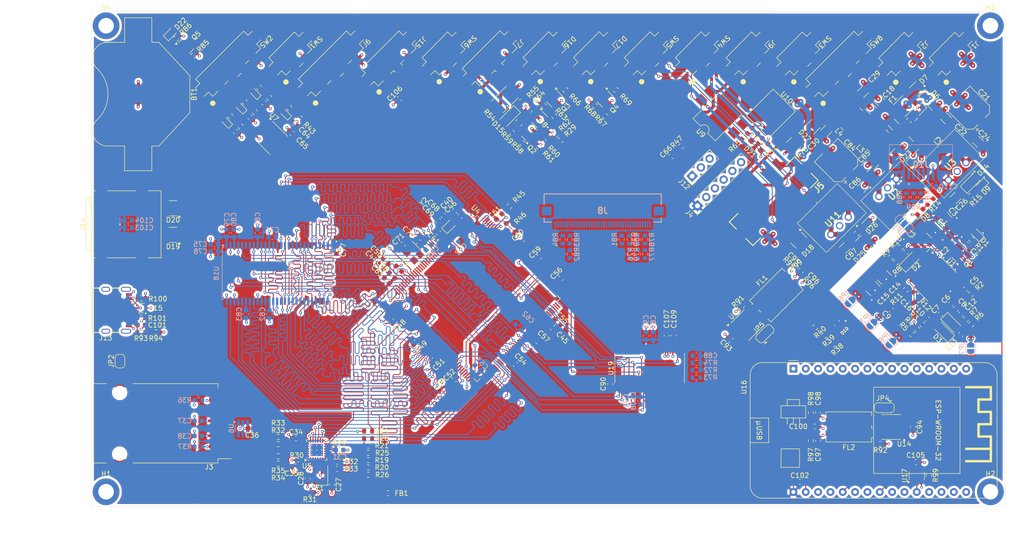
<source format=kicad_pcb>
(kicad_pcb
	(version 20241229)
	(generator "pcbnew")
	(generator_version "9.0")
	(general
		(thickness 1.6238)
		(legacy_teardrops no)
	)
	(paper "A4")
	(layers
		(0 "F.Cu" signal)
		(4 "In1.Cu" power)
		(6 "In2.Cu" power)
		(2 "B.Cu" signal)
		(9 "F.Adhes" user "F.Adhesive")
		(11 "B.Adhes" user "B.Adhesive")
		(13 "F.Paste" user)
		(15 "B.Paste" user)
		(5 "F.SilkS" user "F.Silkscreen")
		(7 "B.SilkS" user "B.Silkscreen")
		(1 "F.Mask" user)
		(3 "B.Mask" user)
		(17 "Dwgs.User" user "User.Drawings")
		(19 "Cmts.User" user "User.Comments")
		(21 "Eco1.User" user "User.Eco1")
		(23 "Eco2.User" user "User.Eco2")
		(25 "Edge.Cuts" user)
		(27 "Margin" user)
		(31 "F.CrtYd" user "F.Courtyard")
		(29 "B.CrtYd" user "B.Courtyard")
		(35 "F.Fab" user)
		(33 "B.Fab" user)
		(39 "User.1" user)
		(41 "User.2" user)
		(43 "User.3" user)
		(45 "User.4" user)
		(47 "User.5" user)
		(49 "User.6" user)
		(51 "User.7" user)
		(53 "User.8" user)
		(55 "User.9" user)
	)
	(setup
		(stackup
			(layer "F.SilkS"
				(type "Top Silk Screen")
			)
			(layer "F.Paste"
				(type "Top Solder Paste")
			)
			(layer "F.Mask"
				(type "Top Solder Mask")
				(thickness 0.01)
			)
			(layer "F.Cu"
				(type "copper")
				(thickness 0.035)
			)
			(layer "dielectric 1"
				(type "prepreg")
				(thickness 0.0994)
				(material "FR4")
				(epsilon_r 4.1)
				(loss_tangent 0.02)
			)
			(layer "In1.Cu"
				(type "copper")
				(thickness 0.035)
			)
			(layer "dielectric 2"
				(type "core")
				(thickness 1.265)
				(material "FR4")
				(epsilon_r 4.5)
				(loss_tangent 0.02)
			)
			(layer "In2.Cu"
				(type "copper")
				(thickness 0.035)
			)
			(layer "dielectric 3"
				(type "prepreg")
				(thickness 0.0994)
				(material "FR4")
				(epsilon_r 4.1)
				(loss_tangent 0.02)
			)
			(layer "B.Cu"
				(type "copper")
				(thickness 0.035)
			)
			(layer "B.Mask"
				(type "Bottom Solder Mask")
				(thickness 0.01)
			)
			(layer "B.Paste"
				(type "Bottom Solder Paste")
			)
			(layer "B.SilkS"
				(type "Bottom Silk Screen")
			)
			(copper_finish "None")
			(dielectric_constraints yes)
		)
		(pad_to_mask_clearance 0)
		(allow_soldermask_bridges_in_footprints no)
		(tenting front back)
		(pcbplotparams
			(layerselection 0x00000000_00000000_55555555_5755f5ff)
			(plot_on_all_layers_selection 0x00000000_00000000_00000000_00000000)
			(disableapertmacros no)
			(usegerberextensions no)
			(usegerberattributes yes)
			(usegerberadvancedattributes yes)
			(creategerberjobfile yes)
			(dashed_line_dash_ratio 12.000000)
			(dashed_line_gap_ratio 3.000000)
			(svgprecision 4)
			(plotframeref no)
			(mode 1)
			(useauxorigin no)
			(hpglpennumber 1)
			(hpglpenspeed 20)
			(hpglpendiameter 15.000000)
			(pdf_front_fp_property_popups yes)
			(pdf_back_fp_property_popups yes)
			(pdf_metadata yes)
			(pdf_single_document no)
			(dxfpolygonmode yes)
			(dxfimperialunits yes)
			(dxfusepcbnewfont yes)
			(psnegative no)
			(psa4output no)
			(plot_black_and_white yes)
			(plotinvisibletext no)
			(sketchpadsonfab no)
			(plotpadnumbers no)
			(hidednponfab no)
			(sketchdnponfab yes)
			(crossoutdnponfab yes)
			(subtractmaskfromsilk no)
			(outputformat 1)
			(mirror no)
			(drillshape 0)
			(scaleselection 1)
			(outputdirectory "Gerber/")
		)
	)
	(net 0 "")
	(net 1 "+3V3_FER")
	(net 2 "Earth")
	(net 3 "/Ethernet/LED_G")
	(net 4 "/Ethernet/LED_Y")
	(net 5 "GND")
	(net 6 "+3V3")
	(net 7 "+5V")
	(net 8 "/Power/3V3_Display")
	(net 9 "Net-(C5-Pad2)")
	(net 10 "Net-(U1-COMP)")
	(net 11 "Net-(U1-C1+)")
	(net 12 "Net-(U1-C1-)")
	(net 13 "Net-(U1-C2+)")
	(net 14 "Net-(U1-C2-)")
	(net 15 "Net-(U1-DRV)")
	(net 16 "Net-(U1-FB1)")
	(net 17 "Net-(U1-REF)")
	(net 18 "Net-(U1-VCOMIN)")
	(net 19 "+24V")
	(net 20 "Net-(U3-VI)")
	(net 21 "Net-(U2-VI)")
	(net 22 "/Peripherals/V_{ref2}")
	(net 23 "Net-(D1-A)")
	(net 24 "Net-(D15-K)")
	(net 25 "/IEC_Charging_Circuit/CP")
	(net 26 "/IEC_Charging_Circuit/PP")
	(net 27 "/Core/EV_Start_Charging")
	(net 28 "/Display/LCD_VGL")
	(net 29 "Net-(Q1-B)")
	(net 30 "Net-(Q2-G)")
	(net 31 "Net-(U1-FB3)")
	(net 32 "Net-(U1-FB2)")
	(net 33 "/IEC_Charging_Circuit/PWM_SENSE")
	(net 34 "/Core/Charging_Point_PWM")
	(net 35 "/Core/~{IMD_Error_LED}")
	(net 36 "/SDRAM/D9")
	(net 37 "/SDRAM/A11")
	(net 38 "/Core/~{AMS_Error_LED}")
	(net 39 "/SDRAM/D0")
	(net 40 "unconnected-(U4B-PC13-Pad8)")
	(net 41 "unconnected-(U4B-PD4-Pad146)")
	(net 42 "/Core/PCAP_RST")
	(net 43 "/Display/B5")
	(net 44 "unconnected-(U4B-PI8-Pad7)")
	(net 45 "/SDRAM/D14")
	(net 46 "/SDRAM/D2")
	(net 47 "/SDRAM/D4")
	(net 48 "/Core/OSC_in")
	(net 49 "/Core/SWCLK")
	(net 50 "unconnected-(U4B-PG3-Pad107)")
	(net 51 "/Display/R2")
	(net 52 "/SDRAM/A3")
	(net 53 "/SDRAM/D13")
	(net 54 "/Core/LCD_Reset")
	(net 55 "/Display/R0")
	(net 56 "/SDRAM/A2")
	(net 57 "/Display/R7")
	(net 58 "/Display/B4")
	(net 59 "/Core/AMS_Reset_in")
	(net 60 "/Core/AMS_Reset_out")
	(net 61 "/Core/SDC_out")
	(net 62 "/SDRAM/A0")
	(net 63 "unconnected-(U4B-PF8-Pad26)")
	(net 64 "/SDRAM/SDNE0")
	(net 65 "/Core/SWDIO")
	(net 66 "/SDRAM/A10")
	(net 67 "unconnected-(U4B-PC10-Pad139)")
	(net 68 "/Display/G0")
	(net 69 "/SDRAM/BA0")
	(net 70 "/Ethernet/RMII_TX_EN")
	(net 71 "/Core/NRST")
	(net 72 "/SDRAM/D12")
	(net 73 "/SDRAM/NBL0")
	(net 74 "/Display/B0")
	(net 75 "/Core/RMII_nRST")
	(net 76 "/Display/G2")
	(net 77 "/Display/R1")
	(net 78 "unconnected-(U4B-PI9-Pad11)")
	(net 79 "/SDRAM/SDNWE")
	(net 80 "/Ethernet/RMII_RXD1")
	(net 81 "/SDRAM/A9")
	(net 82 "/SDRAM/D11")
	(net 83 "unconnected-(U4B-PI6-Pad175)")
	(net 84 "/Display/DE")
	(net 85 "/Display/G3")
	(net 86 "/Display/CLK")
	(net 87 "/Peripherals/USART_RX")
	(net 88 "unconnected-(U4B-PB5-Pad163)")
	(net 89 "unconnected-(U4B-PI3-Pad134)")
	(net 90 "/Peripherals/USB_OTG_VBUS")
	(net 91 "/SDRAM/A4")
	(net 92 "/Display/B3")
	(net 93 "/Peripherals/SDMMC_D0")
	(net 94 "/SDRAM/D15")
	(net 95 "/SDRAM/D3")
	(net 96 "/Display/G4")
	(net 97 "/SDRAM/A7")
	(net 98 "/SDRAM/A12")
	(net 99 "Net-(U4F-BOOT0)")
	(net 100 "unconnected-(U4B-PD7-Pad151)")
	(net 101 "/Display/G7")
	(net 102 "/Core/LED_B")
	(net 103 "/Ethernet/RMII_MDIO")
	(net 104 "/Display/G1")
	(net 105 "/Display/R6")
	(net 106 "/SDRAM/D6")
	(net 107 "/SDRAM/A1")
	(net 108 "/SDRAM/D8")
	(net 109 "/Display/B6")
	(net 110 "/Display/R4")
	(net 111 "/Core/OSC_out")
	(net 112 "unconnected-(U4B-PA15-Pad138)")
	(net 113 "/SDRAM/A5")
	(net 114 "/Display/G6")
	(net 115 "/Peripherals/ESP_RX")
	(net 116 "unconnected-(U4B-PF9-Pad27)")
	(net 117 "/Display/G5")
	(net 118 "/Core/LED_G")
	(net 119 "/Display/R5")
	(net 120 "unconnected-(U4B-PE2-Pad1)")
	(net 121 "/Ethernet/RMII_TXD1")
	(net 122 "/SDRAM/D5")
	(net 123 "/Peripherals/SDMMC_CMD")
	(net 124 "/SDRAM/D1")
	(net 125 "Net-(U4A-VREF+)")
	(net 126 "/Display/B1")
	(net 127 "/Display/B7")
	(net 128 "unconnected-(U4B-PD11-Pad99)")
	(net 129 "/Ethernet/RMII_MDC")
	(net 130 "unconnected-(U4B-PE3-Pad2)")
	(net 131 "/Core/OSC32_in")
	(net 132 "/SDRAM/SDCLK")
	(net 133 "/Peripherals/USART_TX")
	(net 134 "unconnected-(U4B-PA10-Pad121)")
	(net 135 "/Core/LED_R")
	(net 136 "/SDRAM/SDCKE0")
	(net 137 "/Ethernet/RMII_RXD0")
	(net 138 "unconnected-(U4B-PC11-Pad140)")
	(net 139 "/Ethernet/RMII_CRS_DV")
	(net 140 "/Core/TRACESWO")
	(net 141 "/Display/HSYNC")
	(net 142 "/Ethernet/RMII_TXD0")
	(net 143 "/SDRAM/D10")
	(net 144 "/SDRAM/SDNCAS")
	(net 145 "/Display/R3")
	(net 146 "/Core/OSC32_out")
	(net 147 "/Display/VSYNC")
	(net 148 "/SDRAM/D7")
	(net 149 "unconnected-(U4B-PG9-Pad152)")
	(net 150 "/SDRAM/BA1")
	(net 151 "/SDRAM/SDNRAS")
	(net 152 "/SDRAM/A6")
	(net 153 "/SDRAM/NBL1")
	(net 154 "/Display/B2")
	(net 155 "/Ethernet/RMII_REF_CLK")
	(net 156 "/SDRAM/A8")
	(net 157 "unconnected-(U4B-PB2-Pad58)")
	(net 158 "/Ethernet/XTAL2")
	(net 159 "/Ethernet/XTAL1")
	(net 160 "/Peripherals/ESP_TX")
	(net 161 "/Peripherals/STM_CAN_TX")
	(net 162 "/Peripherals/STM_CAN_RX")
	(net 163 "/Peripherals/SDMMC_CK")
	(net 164 "/Peripherals/ESP_CAN_RX")
	(net 165 "/SDC_and_SCS/RSD_in")
	(net 166 "/SDC_and_SCS/RSD_out")
	(net 167 "/Core/CANH")
	(net 168 "/Core/CANL")
	(net 169 "/Peripherals/ESP_CAN_TX")
	(net 170 "/Display/LCD_VGH")
	(net 171 "Net-(D5-A)")
	(net 172 "Net-(D9-A)")
	(net 173 "/Core/SDC_in")
	(net 174 "Net-(Q3-G)")
	(net 175 "Net-(Q4-G)")
	(net 176 "/Core/SDC_enable")
	(net 177 "/Display/I2C_SDA")
	(net 178 "/Display/I2C_SCL")
	(net 179 "/Display/LCD_SELB")
	(net 180 "VDD")
	(net 181 "/Display/LCD_STBYB")
	(net 182 "Net-(J1-Pin_1)")
	(net 183 "/Display/LCD_U{slash}D")
	(net 184 "/Display/LCD_L{slash}R")
	(net 185 "/Display/RXIN0-")
	(net 186 "/Display/RXCLKIN+")
	(net 187 "/Display/RXIN0+")
	(net 188 "/Display/RXIN2-")
	(net 189 "/Display/RXIN1-")
	(net 190 "/Display/RXIN2+")
	(net 191 "/Display/RXIN3+")
	(net 192 "/Display/RXIN3-")
	(net 193 "/Display/RXIN1+")
	(net 194 "/Display/RXCLKIN-")
	(net 195 "Net-(J2-Pin_1)")
	(net 196 "Net-(U4F-PDR_ON)")
	(net 197 "/Peripherals/SDMMC_D1")
	(net 198 "/Peripherals/SDMMC_D2")
	(net 199 "/Peripherals/SDMMC_D3")
	(net 200 "/Core/SDC_Voltage")
	(net 201 "/Core/TSAL_Green")
	(net 202 "/Core/TS_on")
	(net 203 "/Peripherals/USB_OTG_DP")
	(net 204 "/Peripherals/USB_OTG_DN")
	(net 205 "/Peripherals/D-")
	(net 206 "/Peripherals/D+")
	(net 207 "/Core/PCAP_Int")
	(net 208 "/Display/LCD_VDD")
	(net 209 "/Core/Encoder_push")
	(net 210 "/Core/Encoder_A")
	(net 211 "/Core/Encoder_B")
	(net 212 "/Ethernet/RXN")
	(net 213 "/Ethernet/TXN")
	(net 214 "/Ethernet/RXP")
	(net 215 "/Ethernet/TXP")
	(net 216 "/Core/SDC_on")
	(net 217 "/Core/EncB_on")
	(net 218 "/Core/EncPush_on")
	(net 219 "/Core/EncA_on")
	(net 220 "Net-(D16-A)")
	(net 221 "Net-(D16-K)")
	(net 222 "Net-(D17-K)")
	(net 223 "Net-(D17-A)")
	(net 224 "/Display/LCD_AVDD")
	(net 225 "/Display/VCOM")
	(net 226 "Net-(D7-K)")
	(net 227 "unconnected-(U4B-PH9-Pad86)")
	(net 228 "unconnected-(U4B-PH6-Pad83)")
	(net 229 "unconnected-(U4B-PH7-Pad84)")
	(net 230 "Net-(D3-A)")
	(net 231 "Net-(J13-CC2)")
	(net 232 "Net-(U5-VDDCR)")
	(net 233 "Net-(C39-Pad1)")
	(net 234 "Net-(C45-Pad1)")
	(net 235 "Net-(D11-K)")
	(net 236 "Net-(D12-K)")
	(net 237 "Net-(D13-K)")
	(net 238 "Net-(D14-K)")
	(net 239 "Net-(U15-VBUS)")
	(net 240 "Net-(D2-A)")
	(net 241 "Net-(D8-A)")
	(net 242 "Net-(D10-BK)")
	(net 243 "Net-(D10-GK)")
	(net 244 "Net-(D10-RK)")
	(net 245 "Net-(D11-A)")
	(net 246 "Net-(U13-CANH)")
	(net 247 "Net-(U13-CANL)")
	(net 248 "Net-(U14-CANH)")
	(net 249 "Net-(U14-CANL)")
	(net 250 "Net-(J3-Pad11)")
	(net 251 "Net-(J3-Pad2)")
	(net 252 "unconnected-(J3-NC-Pad9)")
	(net 253 "Net-(J5-Pin_2)")
	(net 254 "Net-(J13-CC1)")
	(net 255 "unconnected-(J13-SBU2-PadB8)")
	(net 256 "unconnected-(J13-SBU1-PadA8)")
	(net 257 "Net-(Q2-D)")
	(net 258 "Net-(R29-Pad1)")
	(net 259 "Net-(J15-Pin_2)")
	(net 260 "Net-(JP4-C)")
	(net 261 "Net-(JP5-C)")
	(net 262 "Net-(R3-Pad2)")
	(net 263 "Net-(R8-Pad2)")
	(net 264 "/Peripherals/V_{ref1}")
	(net 265 "Net-(U5-RXD0{slash}MODE0)")
	(net 266 "Net-(U5-RXD1{slash}MODE1)")
	(net 267 "Net-(U5-CRS_DV{slash}MODE2)")
	(net 268 "Net-(U5-~{INT}{slash}REFCLKO)")
	(net 269 "Net-(U5-RXER{slash}PHYAD0)")
	(net 270 "Net-(U5-RBIAS)")
	(net 271 "Net-(U8--)")
	(net 272 "Net-(R65-Pad1)")
	(net 273 "Net-(R70-Pad2)")
	(net 274 "V_{In}")
	(net 275 "Net-(R75-Pad2)")
	(net 276 "Net-(U13-Rs)")
	(net 277 "Net-(U14-Rs)")
	(net 278 "Net-(U16-D21)")
	(net 279 "unconnected-(U7-Pad12)")
	(net 280 "unconnected-(U7-Pad10)")
	(net 281 "unconnected-(U9-Pad3)")
	(net 282 "unconnected-(U10-Pad3)")
	(net 283 "unconnected-(U10-Pad5)")
	(net 284 "unconnected-(U16-D26-Pad7)")
	(net 285 "unconnected-(U16-D2-Pad27)")
	(net 286 "unconnected-(U16-VIN-Pad1)")
	(net 287 "unconnected-(U16-D34-Pad12)")
	(net 288 "unconnected-(U16-D39{slash}VN-Pad13)")
	(net 289 "unconnected-(U16-D19-Pad21)")
	(net 290 "unconnected-(U16-D36{slash}VP-Pad14)")
	(net 291 "unconnected-(U16-TX0{slash}D1-Pad18)")
	(net 292 "unconnected-(U16-D14-Pad5)")
	(net 293 "unconnected-(U16-D25-Pad8)")
	(net 294 "unconnected-(U16-D15-Pad28)")
	(net 295 "unconnected-(U16-D13-Pad3)")
	(net 296 "unconnected-(U16-D23-Pad16)")
	(net 297 "unconnected-(U16-D27-Pad6)")
	(net 298 "unconnected-(U16-EN-Pad15)")
	(net 299 "unconnected-(U16-D33-Pad9)")
	(net 300 "unconnected-(U16-D22-Pad17)")
	(net 301 "unconnected-(U16-D35-Pad11)")
	(net 302 "unconnected-(U16-D18-Pad22)")
	(net 303 "unconnected-(U16-D12-Pad4)")
	(net 304 "unconnected-(U16-D32-Pad10)")
	(net 305 "unconnected-(U16-RX0{slash}D3-Pad19)")
	(net 306 "unconnected-(U17-NC-Pad1)")
	(net 307 "Net-(BT1-+)")
	(net 308 "VBAT")
	(net 309 "Net-(D22-A)")
	(net 310 "Net-(Q5-G)")
	(net 311 "unconnected-(U18-NC-Pad40)")
	(net 312 "unconnected-(U18-NC-Pad36)")
	(net 313 "Net-(U11-VI)")
	(net 314 "Net-(D25-K)")
	(net 315 "Net-(D26-A)")
	(net 316 "+12V")
	(net 317 "unconnected-(J8-Pin_37-Pad37)")
	(net 318 "unconnected-(J8-Pin_23-Pad23)")
	(net 319 "unconnected-(J8-Pin_26-Pad26)")
	(net 320 "Net-(J8-Pin_35)")
	(net 321 "unconnected-(J8-Pin_27-Pad27)")
	(net 322 "unconnected-(J8-Pin_24-Pad24)")
	(net 323 "Net-(J8-Pin_38)")
	(net 324 "unconnected-(J8-Pin_4-Pad4)")
	(net 325 "Net-(J8-Pin_29)")
	(net 326 "Net-(J8-Pin_1)")
	(net 327 "unconnected-(J8-Pin_36-Pad36)")
	(net 328 "Net-(U19-CLKSEL)")
	(net 329 "Net-(U19-~{SHTDN})")
	(net 330 "Net-(R76-Pad2)")
	(footprint "Capacitor_SMD:C_1206_3216Metric" (layer "F.Cu") (at 218.05 68.997055 -45))
	(footprint "Capacitor_SMD:C_0603_1608Metric" (layer "F.Cu") (at 217.599138 91.659104 45))
	(footprint "Package_SO:SOIC-8_3.9x4.9mm_P1.27mm" (layer "F.Cu") (at 214.55 127.660001 180))
	(footprint "Resistor_SMD:R_0603_1608Metric" (layer "F.Cu") (at 106.95 137.5))
	(footprint "Capacitor_SMD:C_0603_1608Metric" (layer "F.Cu") (at 156.75 118.8 90))
	(footprint "Capacitor_SMD:C_1206_3216Metric" (layer "F.Cu") (at 232.45 68.897055 -45))
	(footprint "Capacitor_SMD:C_0603_1608Metric" (layer "F.Cu") (at 91.3 67.197055 135))
	(footprint "Package_TO_SOT_SMD:SOT-23" (layer "F.Cu") (at 69.49055 49.123915 45))
	(footprint "Capacitor_SMD:C_0603_1608Metric" (layer "F.Cu") (at 218.670709 101.512049 -45))
	(footprint "Charger:ESP32-WROOM-32-DevKit-30Pin" (layer "F.Cu") (at 194.45 115.650001 -90))
	(footprint "LED_SMD:LED_0603_1608Metric" (layer "F.Cu") (at 66.35 46.55 45))
	(footprint "Inductor_SMD:L_Wuerth_WE-PD2-Typ-MS" (layer "F.Cu") (at 211.8 68.697055 -45))
	(footprint "Package_TO_SOT_SMD:SOT-23-3" (layer "F.Cu") (at 155.728751 60.125806 -45))
	(footprint "Resistor_SMD:R_0603_1608Metric" (layer "F.Cu") (at 88.425 131.2 180))
	(footprint "Package_DIP:SMDIP-6_W9.53mm" (layer "F.Cu") (at 178.828751 63.675806 135))
	(footprint "FaSTTUBe_connectors:Micro_Mate-N-Lok_2p_vertical" (layer "F.Cu") (at 226.8 50.8 -135))
	(footprint "Resistor_SMD:R_0603_1608Metric" (layer "F.Cu") (at 194.560661 92.839339 135))
	(footprint "Resistor_SMD:R_0603_1608Metric" (layer "F.Cu") (at 60.2725 101.16 180))
	(footprint "Diode_SMD:D_SOD-123" (layer "F.Cu") (at 222.6 60.547055 -45))
	(footprint "Package_SO:TSSOP-56_6.1x14mm_P0.5mm" (layer "F.Cu") (at 164.869999 115.549998 90))
	(footprint "Inductor_SMD:L_0603_1608Metric" (layer "F.Cu") (at 111 141.3 180))
	(footprint "Resistor_SMD:R_0603_1608Metric" (layer "F.Cu") (at 60.2475 108.16))
	(footprint "Inductor_SMD:L_Wuerth_WE-PD2-Typ-MS" (layer "F.Cu") (at 221.75 66.297055 45))
	(footprint "LED_SMD:LED_0603_1608Metric" (layer "F.Cu") (at 220.356847 62.390208 -135))
	(footprint "Capacitor_SMD:CP_Elec_6.3x7.7" (layer "F.Cu") (at 230.75 62.247055 135))
	(footprint "Capacitor_SMD:C_0603_1608Metric" (layer "F.Cu") (at 199.55 124.685001 90))
	(footprint "LED_SMD:LED_0603_1608Metric" (layer "F.Cu") (at 232.120709 87.912049 135))
	(footprint "Resistor_SMD:R_0603_1608Metric" (layer "F.Cu") (at 145.228751 63.625806 -45))
	(footprint "Capacitor_SMD:C_1210_3225Metric" (layer "F.Cu") (at 225.649138 84.959104 -45))
	(footprint "Resistor_SMD:R_0603_1608Metric" (layer "F.Cu") (at 231.03076 106.5221 45))
	(footprint "Resistor_SMD:R_0603_1608Metric" (layer "F.Cu") (at 67.4 47.65 45))
	(footprint "Resistor_SMD:R_0603_1608Metric" (layer "F.Cu") (at 153.628751 61.525806 -45))
	(footprint "Capacitor_SMD:C_0603_1608Metric" (layer "F.Cu") (at 113.25 95.05887 -45))
	(footprint "MountingHole:MountingHole_3.2mm_M3_ISO14580_Pad_TopBottom"
		(layer "F.Cu")
		(uuid "26de1e0b-d85e-4d4c-a770-5ad986b2216d")
		(at 53 141)
		(descr "Mounting Hole 3.2mm, M3, generated by kicad-footprint-generator mountinghole.py")
		(tags "mountinghole M3 ISO14580")
		(property "Reference" "H1"
			(at 0 -3.7 0)
			(layer "F.SilkS")
			(uuid "d0a71202-4dd9-4eef-8869-2eb5d6d1a1ab")
			(effects
				(font
					(size 1 1)
					(thickness 0.15)
				)
			)
		)
		(property "Value" "MountingHole_Pad"
			(at 0 3.7 0)
			(layer "F.Fab")
			(uuid "6ba976ca-2c41-40c4-8b28-f834a3da718a")
			(effects
				(font
					(size 1 1)
					(thickness 0.15)
				)
			)
		)
		(property "Datasheet" ""
			(at 0 0 0)
			(layer "F.Fab")
			(hide yes)
			(uuid "5c4c838a-f529-4b7f-91fe-99df3217c8bc")
			(effects
				(font
					(size 1.27 1.27)
					(thickness 0.15)
				)
			)
		)
		(property "Description" "Mounting Hole with connection"
			(at 0 0 0)
			(layer "F.Fab")
			(hide yes)
			(uuid "9ad4a582-8a01-4620-9cf7-df9e95c3d65a")
			(effects
				(font
					(size 1.27 1.27)
					(thickness 0.15)
				)
			)
		)
		(property ki_fp_filters "MountingHole*Pad*")
		(path "/159f274e-b258-4936-b8b7-4b0283a04dcf")
		(sheetname "/")
		(sheetfile "FT25-Charger.kicad_sch")
		(attr exclude_from_pos_files exclude_from_bom)
		(fp_circle
			(center 0 0)
			(end 2.75 0)
			(stroke
				(width 0.15)
				(type solid)
			)
			(fill no)
			(layer "Cmts.User")
			(uuid "958ea8ac-b397-4cc0-9c1a-3b545487d0b0")
		)
		(fp_circle
			(center 0 0)
			(end 3 0)
			(stroke
				(width 0.05)
				(type solid)
			)
			(fill no)
			(layer "F.CrtYd")
			(uuid "8afac716-738d-4742-8e76-f5ef4ef38bfd")
		)
		(fp_text user "${REFERENCE}"
			(at 0 0 0)
			(layer "F.Fab")
			(uuid "9db91fd5-8bfc-4403-9054-03cea9b155e7")
			(effects
				(font
					(size 1 1)
					(thickness 0.15)
				)
			)
		)
		(pad "1" thru_hole circle
			(at 0 0)
			(size 3.6 3.6)
			(drill 3.2)
			(layers "*.Cu" "*.Mask")
			(remove_unused_layers no)
			(net 5 "GND")
			(pinfunction "1")
			(pintype "input")
			(zone_connect 2)
			(uuid "02fb57e2-e662-42e0-8233-760fc3bde428")
		)
		(pad "1" connect circle
			(at 0 0)
			(size 5.5 5.5)
			(layers "F.Cu" "F.Mask")
			(net 5 "GND")
			(pinfunction "1")
			(pintype "input")
			(zone_connect 2)
			(uuid "6ec4a72f-0ec7-4942-9455-81ef47ce9751")
		)
		(pad "1" connect circle
			(at 0 0)
			(size 5.5 5.5)
			(layers "B.Cu" "B.Mask")
			(net 5 "GND")
			
... [4426869 chars truncated]
</source>
